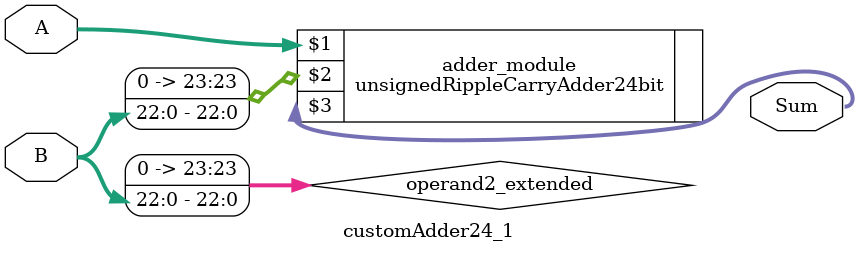
<source format=v>

module customAdder24_1(
                    input [23 : 0] A,
                    input [22 : 0] B,
                    
                    output [24 : 0] Sum
            );

    wire [23 : 0] operand2_extended;
    
    assign operand2_extended =  {1'b0, B};
    
    unsignedRippleCarryAdder24bit adder_module(
        A,
        operand2_extended,
        Sum
    );
    
endmodule
        
</source>
